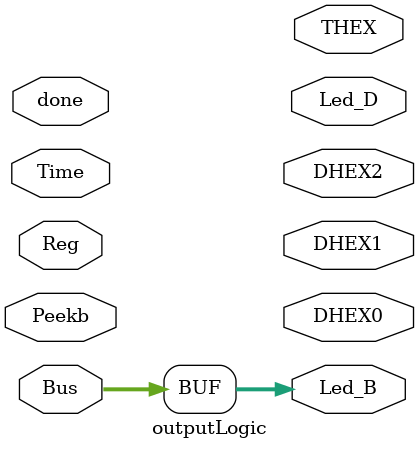
<source format=sv>
module outputLogic(
    input logic [9:0] Bus, Reg,
    input logic [1:0] Time,
    input logic Peekb, done,
    output logic [9:0] Led_B,
    output logic [6:0] DHEX0, DHEX1, DHEX2, THEX,
    output logic Led_D
);

assign Led_B = Bus;


endmodule
</source>
